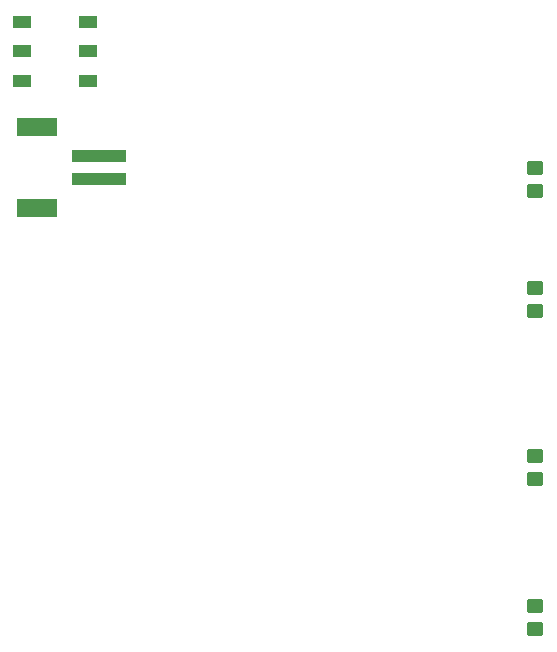
<source format=gbr>
%TF.GenerationSoftware,KiCad,Pcbnew,8.0.5*%
%TF.CreationDate,2024-10-11T15:03:24+01:00*%
%TF.ProjectId,ribboncontroller,72696262-6f6e-4636-9f6e-74726f6c6c65,rev?*%
%TF.SameCoordinates,Original*%
%TF.FileFunction,Paste,Top*%
%TF.FilePolarity,Positive*%
%FSLAX46Y46*%
G04 Gerber Fmt 4.6, Leading zero omitted, Abs format (unit mm)*
G04 Created by KiCad (PCBNEW 8.0.5) date 2024-10-11 15:03:24*
%MOMM*%
%LPD*%
G01*
G04 APERTURE LIST*
G04 Aperture macros list*
%AMRoundRect*
0 Rectangle with rounded corners*
0 $1 Rounding radius*
0 $2 $3 $4 $5 $6 $7 $8 $9 X,Y pos of 4 corners*
0 Add a 4 corners polygon primitive as box body*
4,1,4,$2,$3,$4,$5,$6,$7,$8,$9,$2,$3,0*
0 Add four circle primitives for the rounded corners*
1,1,$1+$1,$2,$3*
1,1,$1+$1,$4,$5*
1,1,$1+$1,$6,$7*
1,1,$1+$1,$8,$9*
0 Add four rect primitives between the rounded corners*
20,1,$1+$1,$2,$3,$4,$5,0*
20,1,$1+$1,$4,$5,$6,$7,0*
20,1,$1+$1,$6,$7,$8,$9,0*
20,1,$1+$1,$8,$9,$2,$3,0*%
G04 Aperture macros list end*
%ADD10RoundRect,0.250000X-0.450000X0.350000X-0.450000X-0.350000X0.450000X-0.350000X0.450000X0.350000X0*%
%ADD11R,1.500000X1.000000*%
%ADD12R,4.600000X1.000000*%
%ADD13R,3.400000X1.600000*%
G04 APERTURE END LIST*
D10*
%TO.C,R4*%
X60960000Y-65040000D03*
X60960000Y-67040000D03*
%TD*%
D11*
%TO.C,SW1*%
X23120000Y-15590000D03*
X17520000Y-15590000D03*
X23120000Y-18090000D03*
X17520000Y-18090000D03*
X23120000Y-20590000D03*
X17520000Y-20590000D03*
%TD*%
D10*
%TO.C,R2*%
X60960000Y-38100000D03*
X60960000Y-40100000D03*
%TD*%
D12*
%TO.C,X1*%
X24020000Y-28940000D03*
X24020000Y-26940000D03*
D13*
X18820000Y-31340000D03*
X18820000Y-24540000D03*
%TD*%
D10*
%TO.C,R3*%
X60960000Y-52340000D03*
X60960000Y-54340000D03*
%TD*%
%TO.C,R1*%
X60960000Y-27940000D03*
X60960000Y-29940000D03*
%TD*%
M02*

</source>
